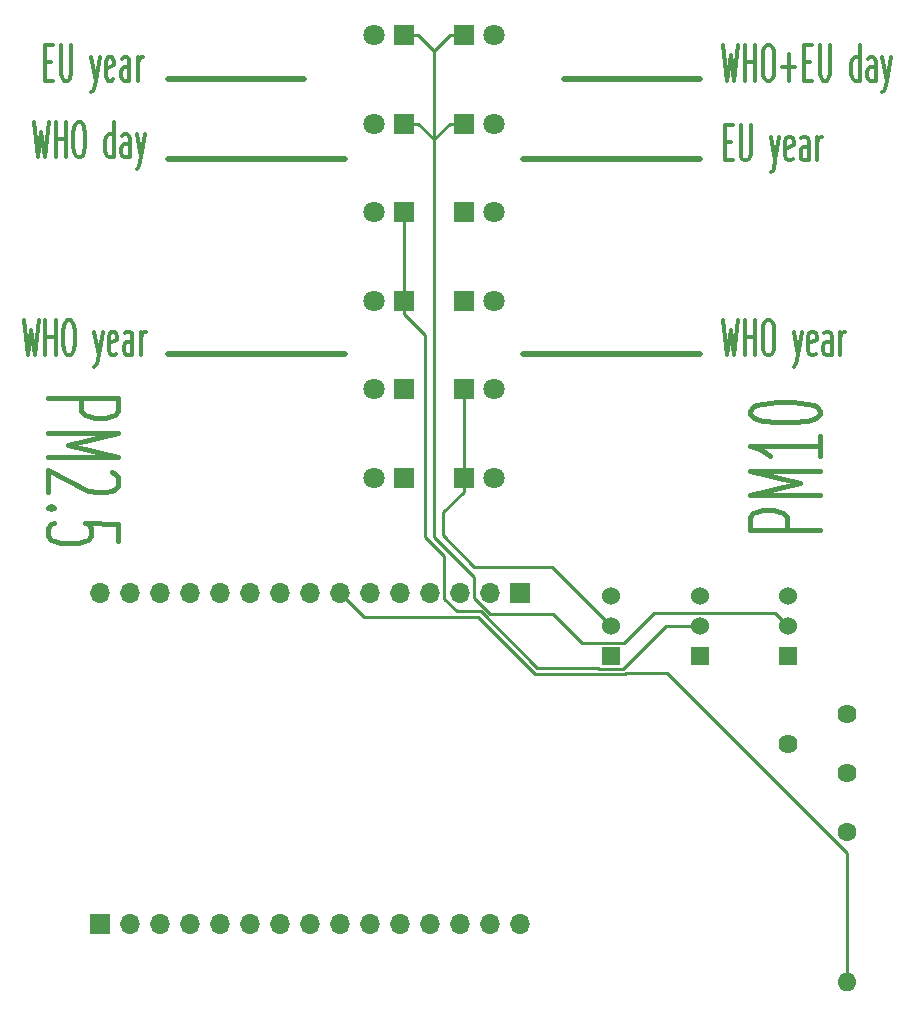
<source format=gbr>
G04 #@! TF.FileFunction,Copper,L1,Top,Signal*
%FSLAX46Y46*%
G04 Gerber Fmt 4.6, Leading zero omitted, Abs format (unit mm)*
G04 Created by KiCad (PCBNEW 4.0.6+dfsg1-1) date Mon May 21 22:22:56 2018*
%MOMM*%
%LPD*%
G01*
G04 APERTURE LIST*
%ADD10C,0.100000*%
%ADD11C,0.300000*%
%ADD12C,0.400000*%
%ADD13C,1.524000*%
%ADD14R,1.524000X1.524000*%
%ADD15C,1.600000*%
%ADD16O,1.600000X1.600000*%
%ADD17C,1.620000*%
%ADD18R,1.800000X1.800000*%
%ADD19C,1.800000*%
%ADD20R,1.700000X1.700000*%
%ADD21O,1.700000X1.700000*%
%ADD22C,0.500000*%
%ADD23C,0.250000*%
G04 APERTURE END LIST*
D10*
D11*
X54571429Y-62285714D02*
X55071429Y-62285714D01*
X55285715Y-63857143D02*
X54571429Y-63857143D01*
X54571429Y-60857143D01*
X55285715Y-60857143D01*
X55928572Y-60857143D02*
X55928572Y-63285714D01*
X56000000Y-63571429D01*
X56071429Y-63714286D01*
X56214286Y-63857143D01*
X56500000Y-63857143D01*
X56642858Y-63714286D01*
X56714286Y-63571429D01*
X56785715Y-63285714D01*
X56785715Y-60857143D01*
X58500001Y-61857143D02*
X58857144Y-63857143D01*
X59214286Y-61857143D02*
X58857144Y-63857143D01*
X58714286Y-64571429D01*
X58642858Y-64714286D01*
X58500001Y-64857143D01*
X60357143Y-63714286D02*
X60214286Y-63857143D01*
X59928572Y-63857143D01*
X59785715Y-63714286D01*
X59714286Y-63428571D01*
X59714286Y-62285714D01*
X59785715Y-62000000D01*
X59928572Y-61857143D01*
X60214286Y-61857143D01*
X60357143Y-62000000D01*
X60428572Y-62285714D01*
X60428572Y-62571429D01*
X59714286Y-62857143D01*
X61714286Y-63857143D02*
X61714286Y-62285714D01*
X61642857Y-62000000D01*
X61500000Y-61857143D01*
X61214286Y-61857143D01*
X61071429Y-62000000D01*
X61714286Y-63714286D02*
X61571429Y-63857143D01*
X61214286Y-63857143D01*
X61071429Y-63714286D01*
X61000000Y-63428571D01*
X61000000Y-63142857D01*
X61071429Y-62857143D01*
X61214286Y-62714286D01*
X61571429Y-62714286D01*
X61714286Y-62571429D01*
X62428572Y-63857143D02*
X62428572Y-61857143D01*
X62428572Y-62428571D02*
X62500000Y-62142857D01*
X62571429Y-62000000D01*
X62714286Y-61857143D01*
X62857143Y-61857143D01*
X53607142Y-67357143D02*
X53964285Y-70357143D01*
X54249999Y-68214286D01*
X54535713Y-70357143D01*
X54892856Y-67357143D01*
X55464285Y-70357143D02*
X55464285Y-67357143D01*
X55464285Y-68785714D02*
X56321428Y-68785714D01*
X56321428Y-70357143D02*
X56321428Y-67357143D01*
X57321428Y-67357143D02*
X57607142Y-67357143D01*
X57750000Y-67500000D01*
X57892857Y-67785714D01*
X57964285Y-68357143D01*
X57964285Y-69357143D01*
X57892857Y-69928571D01*
X57750000Y-70214286D01*
X57607142Y-70357143D01*
X57321428Y-70357143D01*
X57178571Y-70214286D01*
X57035714Y-69928571D01*
X56964285Y-69357143D01*
X56964285Y-68357143D01*
X57035714Y-67785714D01*
X57178571Y-67500000D01*
X57321428Y-67357143D01*
X60392857Y-70357143D02*
X60392857Y-67357143D01*
X60392857Y-70214286D02*
X60250000Y-70357143D01*
X59964286Y-70357143D01*
X59821428Y-70214286D01*
X59750000Y-70071429D01*
X59678571Y-69785714D01*
X59678571Y-68928571D01*
X59750000Y-68642857D01*
X59821428Y-68500000D01*
X59964286Y-68357143D01*
X60250000Y-68357143D01*
X60392857Y-68500000D01*
X61750000Y-70357143D02*
X61750000Y-68785714D01*
X61678571Y-68500000D01*
X61535714Y-68357143D01*
X61250000Y-68357143D01*
X61107143Y-68500000D01*
X61750000Y-70214286D02*
X61607143Y-70357143D01*
X61250000Y-70357143D01*
X61107143Y-70214286D01*
X61035714Y-69928571D01*
X61035714Y-69642857D01*
X61107143Y-69357143D01*
X61250000Y-69214286D01*
X61607143Y-69214286D01*
X61750000Y-69071429D01*
X62321429Y-68357143D02*
X62678572Y-70357143D01*
X63035714Y-68357143D02*
X62678572Y-70357143D01*
X62535714Y-71071429D01*
X62464286Y-71214286D01*
X62321429Y-71357143D01*
X52750000Y-84107143D02*
X53107143Y-87107143D01*
X53392857Y-84964286D01*
X53678571Y-87107143D01*
X54035714Y-84107143D01*
X54607143Y-87107143D02*
X54607143Y-84107143D01*
X54607143Y-85535714D02*
X55464286Y-85535714D01*
X55464286Y-87107143D02*
X55464286Y-84107143D01*
X56464286Y-84107143D02*
X56750000Y-84107143D01*
X56892858Y-84250000D01*
X57035715Y-84535714D01*
X57107143Y-85107143D01*
X57107143Y-86107143D01*
X57035715Y-86678571D01*
X56892858Y-86964286D01*
X56750000Y-87107143D01*
X56464286Y-87107143D01*
X56321429Y-86964286D01*
X56178572Y-86678571D01*
X56107143Y-86107143D01*
X56107143Y-85107143D01*
X56178572Y-84535714D01*
X56321429Y-84250000D01*
X56464286Y-84107143D01*
X58750001Y-85107143D02*
X59107144Y-87107143D01*
X59464286Y-85107143D02*
X59107144Y-87107143D01*
X58964286Y-87821429D01*
X58892858Y-87964286D01*
X58750001Y-88107143D01*
X60607143Y-86964286D02*
X60464286Y-87107143D01*
X60178572Y-87107143D01*
X60035715Y-86964286D01*
X59964286Y-86678571D01*
X59964286Y-85535714D01*
X60035715Y-85250000D01*
X60178572Y-85107143D01*
X60464286Y-85107143D01*
X60607143Y-85250000D01*
X60678572Y-85535714D01*
X60678572Y-85821429D01*
X59964286Y-86107143D01*
X61964286Y-87107143D02*
X61964286Y-85535714D01*
X61892857Y-85250000D01*
X61750000Y-85107143D01*
X61464286Y-85107143D01*
X61321429Y-85250000D01*
X61964286Y-86964286D02*
X61821429Y-87107143D01*
X61464286Y-87107143D01*
X61321429Y-86964286D01*
X61250000Y-86678571D01*
X61250000Y-86392857D01*
X61321429Y-86107143D01*
X61464286Y-85964286D01*
X61821429Y-85964286D01*
X61964286Y-85821429D01*
X62678572Y-87107143D02*
X62678572Y-85107143D01*
X62678572Y-85678571D02*
X62750000Y-85392857D01*
X62821429Y-85250000D01*
X62964286Y-85107143D01*
X63107143Y-85107143D01*
X111964286Y-60857143D02*
X112321429Y-63857143D01*
X112607143Y-61714286D01*
X112892857Y-63857143D01*
X113250000Y-60857143D01*
X113821429Y-63857143D02*
X113821429Y-60857143D01*
X113821429Y-62285714D02*
X114678572Y-62285714D01*
X114678572Y-63857143D02*
X114678572Y-60857143D01*
X115678572Y-60857143D02*
X115964286Y-60857143D01*
X116107144Y-61000000D01*
X116250001Y-61285714D01*
X116321429Y-61857143D01*
X116321429Y-62857143D01*
X116250001Y-63428571D01*
X116107144Y-63714286D01*
X115964286Y-63857143D01*
X115678572Y-63857143D01*
X115535715Y-63714286D01*
X115392858Y-63428571D01*
X115321429Y-62857143D01*
X115321429Y-61857143D01*
X115392858Y-61285714D01*
X115535715Y-61000000D01*
X115678572Y-60857143D01*
X116964287Y-62714286D02*
X118107144Y-62714286D01*
X117535715Y-63857143D02*
X117535715Y-61571429D01*
X118821430Y-62285714D02*
X119321430Y-62285714D01*
X119535716Y-63857143D02*
X118821430Y-63857143D01*
X118821430Y-60857143D01*
X119535716Y-60857143D01*
X120178573Y-60857143D02*
X120178573Y-63285714D01*
X120250001Y-63571429D01*
X120321430Y-63714286D01*
X120464287Y-63857143D01*
X120750001Y-63857143D01*
X120892859Y-63714286D01*
X120964287Y-63571429D01*
X121035716Y-63285714D01*
X121035716Y-60857143D01*
X123535716Y-63857143D02*
X123535716Y-60857143D01*
X123535716Y-63714286D02*
X123392859Y-63857143D01*
X123107145Y-63857143D01*
X122964287Y-63714286D01*
X122892859Y-63571429D01*
X122821430Y-63285714D01*
X122821430Y-62428571D01*
X122892859Y-62142857D01*
X122964287Y-62000000D01*
X123107145Y-61857143D01*
X123392859Y-61857143D01*
X123535716Y-62000000D01*
X124892859Y-63857143D02*
X124892859Y-62285714D01*
X124821430Y-62000000D01*
X124678573Y-61857143D01*
X124392859Y-61857143D01*
X124250002Y-62000000D01*
X124892859Y-63714286D02*
X124750002Y-63857143D01*
X124392859Y-63857143D01*
X124250002Y-63714286D01*
X124178573Y-63428571D01*
X124178573Y-63142857D01*
X124250002Y-62857143D01*
X124392859Y-62714286D01*
X124750002Y-62714286D01*
X124892859Y-62571429D01*
X125464288Y-61857143D02*
X125821431Y-63857143D01*
X126178573Y-61857143D02*
X125821431Y-63857143D01*
X125678573Y-64571429D01*
X125607145Y-64714286D01*
X125464288Y-64857143D01*
X112107143Y-69035714D02*
X112607143Y-69035714D01*
X112821429Y-70607143D02*
X112107143Y-70607143D01*
X112107143Y-67607143D01*
X112821429Y-67607143D01*
X113464286Y-67607143D02*
X113464286Y-70035714D01*
X113535714Y-70321429D01*
X113607143Y-70464286D01*
X113750000Y-70607143D01*
X114035714Y-70607143D01*
X114178572Y-70464286D01*
X114250000Y-70321429D01*
X114321429Y-70035714D01*
X114321429Y-67607143D01*
X116035715Y-68607143D02*
X116392858Y-70607143D01*
X116750000Y-68607143D02*
X116392858Y-70607143D01*
X116250000Y-71321429D01*
X116178572Y-71464286D01*
X116035715Y-71607143D01*
X117892857Y-70464286D02*
X117750000Y-70607143D01*
X117464286Y-70607143D01*
X117321429Y-70464286D01*
X117250000Y-70178571D01*
X117250000Y-69035714D01*
X117321429Y-68750000D01*
X117464286Y-68607143D01*
X117750000Y-68607143D01*
X117892857Y-68750000D01*
X117964286Y-69035714D01*
X117964286Y-69321429D01*
X117250000Y-69607143D01*
X119250000Y-70607143D02*
X119250000Y-69035714D01*
X119178571Y-68750000D01*
X119035714Y-68607143D01*
X118750000Y-68607143D01*
X118607143Y-68750000D01*
X119250000Y-70464286D02*
X119107143Y-70607143D01*
X118750000Y-70607143D01*
X118607143Y-70464286D01*
X118535714Y-70178571D01*
X118535714Y-69892857D01*
X118607143Y-69607143D01*
X118750000Y-69464286D01*
X119107143Y-69464286D01*
X119250000Y-69321429D01*
X119964286Y-70607143D02*
X119964286Y-68607143D01*
X119964286Y-69178571D02*
X120035714Y-68892857D01*
X120107143Y-68750000D01*
X120250000Y-68607143D01*
X120392857Y-68607143D01*
X111964286Y-84107143D02*
X112321429Y-87107143D01*
X112607143Y-84964286D01*
X112892857Y-87107143D01*
X113250000Y-84107143D01*
X113821429Y-87107143D02*
X113821429Y-84107143D01*
X113821429Y-85535714D02*
X114678572Y-85535714D01*
X114678572Y-87107143D02*
X114678572Y-84107143D01*
X115678572Y-84107143D02*
X115964286Y-84107143D01*
X116107144Y-84250000D01*
X116250001Y-84535714D01*
X116321429Y-85107143D01*
X116321429Y-86107143D01*
X116250001Y-86678571D01*
X116107144Y-86964286D01*
X115964286Y-87107143D01*
X115678572Y-87107143D01*
X115535715Y-86964286D01*
X115392858Y-86678571D01*
X115321429Y-86107143D01*
X115321429Y-85107143D01*
X115392858Y-84535714D01*
X115535715Y-84250000D01*
X115678572Y-84107143D01*
X117964287Y-85107143D02*
X118321430Y-87107143D01*
X118678572Y-85107143D02*
X118321430Y-87107143D01*
X118178572Y-87821429D01*
X118107144Y-87964286D01*
X117964287Y-88107143D01*
X119821429Y-86964286D02*
X119678572Y-87107143D01*
X119392858Y-87107143D01*
X119250001Y-86964286D01*
X119178572Y-86678571D01*
X119178572Y-85535714D01*
X119250001Y-85250000D01*
X119392858Y-85107143D01*
X119678572Y-85107143D01*
X119821429Y-85250000D01*
X119892858Y-85535714D01*
X119892858Y-85821429D01*
X119178572Y-86107143D01*
X121178572Y-87107143D02*
X121178572Y-85535714D01*
X121107143Y-85250000D01*
X120964286Y-85107143D01*
X120678572Y-85107143D01*
X120535715Y-85250000D01*
X121178572Y-86964286D02*
X121035715Y-87107143D01*
X120678572Y-87107143D01*
X120535715Y-86964286D01*
X120464286Y-86678571D01*
X120464286Y-86392857D01*
X120535715Y-86107143D01*
X120678572Y-85964286D01*
X121035715Y-85964286D01*
X121178572Y-85821429D01*
X121892858Y-87107143D02*
X121892858Y-85107143D01*
X121892858Y-85678571D02*
X121964286Y-85392857D01*
X122035715Y-85250000D01*
X122178572Y-85107143D01*
X122321429Y-85107143D01*
D12*
X120214286Y-101928571D02*
X114214286Y-101928571D01*
X114214286Y-100785714D01*
X114500000Y-100500000D01*
X114785714Y-100357143D01*
X115357143Y-100214286D01*
X116214286Y-100214286D01*
X116785714Y-100357143D01*
X117071429Y-100500000D01*
X117357143Y-100785714D01*
X117357143Y-101928571D01*
X120214286Y-98928571D02*
X114214286Y-98928571D01*
X118500000Y-97928571D01*
X114214286Y-96928571D01*
X120214286Y-96928571D01*
X120214286Y-93928572D02*
X120214286Y-95642857D01*
X120214286Y-94785715D02*
X114214286Y-94785715D01*
X115071429Y-95071429D01*
X115642857Y-95357143D01*
X115928571Y-95642857D01*
X114214286Y-92071429D02*
X114214286Y-91785714D01*
X114500000Y-91500000D01*
X114785714Y-91357143D01*
X115357143Y-91214286D01*
X116500000Y-91071429D01*
X117928571Y-91071429D01*
X119071429Y-91214286D01*
X119642857Y-91357143D01*
X119928571Y-91500000D01*
X120214286Y-91785714D01*
X120214286Y-92071429D01*
X119928571Y-92357143D01*
X119642857Y-92500000D01*
X119071429Y-92642857D01*
X117928571Y-92785714D01*
X116500000Y-92785714D01*
X115357143Y-92642857D01*
X114785714Y-92500000D01*
X114500000Y-92357143D01*
X114214286Y-92071429D01*
X54785714Y-90714286D02*
X60785714Y-90714286D01*
X60785714Y-91857143D01*
X60500000Y-92142857D01*
X60214286Y-92285714D01*
X59642857Y-92428571D01*
X58785714Y-92428571D01*
X58214286Y-92285714D01*
X57928571Y-92142857D01*
X57642857Y-91857143D01*
X57642857Y-90714286D01*
X54785714Y-93714286D02*
X60785714Y-93714286D01*
X56500000Y-94714286D01*
X60785714Y-95714286D01*
X54785714Y-95714286D01*
X60214286Y-97000000D02*
X60500000Y-97142857D01*
X60785714Y-97428571D01*
X60785714Y-98142857D01*
X60500000Y-98428571D01*
X60214286Y-98571428D01*
X59642857Y-98714285D01*
X59071429Y-98714285D01*
X58214286Y-98571428D01*
X54785714Y-96857142D01*
X54785714Y-98714285D01*
X55357143Y-100000000D02*
X55071429Y-100142857D01*
X54785714Y-100000000D01*
X55071429Y-99857143D01*
X55357143Y-100000000D01*
X54785714Y-100000000D01*
X60785714Y-102857142D02*
X60785714Y-101428571D01*
X57928571Y-101285714D01*
X58214286Y-101428571D01*
X58500000Y-101714285D01*
X58500000Y-102428571D01*
X58214286Y-102714285D01*
X57928571Y-102857142D01*
X57357143Y-102999999D01*
X55928571Y-102999999D01*
X55357143Y-102857142D01*
X55071429Y-102714285D01*
X54785714Y-102428571D01*
X54785714Y-101714285D01*
X55071429Y-101428571D01*
X55357143Y-101285714D01*
D13*
X117500000Y-110000000D03*
X117500000Y-107460000D03*
D14*
X117500000Y-112540000D03*
D13*
X102500000Y-110000000D03*
X102500000Y-107460000D03*
D14*
X102500000Y-112540000D03*
D13*
X110000000Y-110000000D03*
X110000000Y-107460000D03*
D14*
X110000000Y-112540000D03*
D15*
X122500000Y-127500000D03*
D16*
X122500000Y-140200000D03*
D17*
X122500000Y-122500000D03*
X117500000Y-120000000D03*
X122500000Y-117500000D03*
D18*
X85000000Y-97500000D03*
D19*
X82460000Y-97500000D03*
D18*
X85000000Y-90000000D03*
D19*
X82460000Y-90000000D03*
D18*
X85000000Y-82500000D03*
D19*
X82460000Y-82500000D03*
D18*
X85000000Y-75000000D03*
D19*
X82460000Y-75000000D03*
D18*
X85000000Y-67500000D03*
D19*
X82460000Y-67500000D03*
D18*
X85000000Y-60000000D03*
D19*
X82460000Y-60000000D03*
D18*
X90000000Y-97500000D03*
D19*
X92540000Y-97500000D03*
D18*
X90000000Y-90000000D03*
D19*
X92540000Y-90000000D03*
D18*
X90000000Y-82500000D03*
D19*
X92540000Y-82500000D03*
D18*
X90000000Y-75000000D03*
D19*
X92540000Y-75000000D03*
D18*
X90000000Y-67500000D03*
D19*
X92540000Y-67500000D03*
D18*
X90000000Y-60000000D03*
D19*
X92540000Y-60000000D03*
D20*
X94810000Y-107250000D03*
D21*
X92270000Y-107250000D03*
X89730000Y-107250000D03*
X87190000Y-107250000D03*
X84650000Y-107250000D03*
X82110000Y-107250000D03*
X79570000Y-107250000D03*
X77030000Y-107250000D03*
X74490000Y-107250000D03*
X71950000Y-107250000D03*
X69410000Y-107250000D03*
X66870000Y-107250000D03*
X64330000Y-107250000D03*
X61790000Y-107250000D03*
X59250000Y-107250000D03*
D20*
X59250000Y-135250000D03*
D21*
X61790000Y-135250000D03*
X64330000Y-135250000D03*
X66870000Y-135250000D03*
X69410000Y-135250000D03*
X71950000Y-135250000D03*
X74490000Y-135250000D03*
X77030000Y-135250000D03*
X79570000Y-135250000D03*
X82110000Y-135250000D03*
X84650000Y-135250000D03*
X87190000Y-135250000D03*
X89730000Y-135250000D03*
X92270000Y-135250000D03*
X94810000Y-135250000D03*
D22*
X76500000Y-63750000D02*
X65000000Y-63750000D01*
X110000000Y-63750000D02*
X98500000Y-63750000D01*
X95000000Y-70500000D02*
X110000000Y-70500000D01*
X65000000Y-70500000D02*
X80000000Y-70500000D01*
X65000000Y-87000000D02*
X80000000Y-87000000D01*
X95000000Y-87000000D02*
X110000000Y-87000000D01*
D23*
X90000000Y-98650000D02*
X90000000Y-97500000D01*
X88250000Y-100400000D02*
X90000000Y-98650000D01*
X88250000Y-102363590D02*
X88250000Y-100400000D01*
X90886410Y-105000000D02*
X88250000Y-102363590D01*
X102500000Y-110000000D02*
X97500000Y-105000000D01*
X97500000Y-105000000D02*
X90886410Y-105000000D01*
X90000000Y-90000000D02*
X90000000Y-91150000D01*
X90000000Y-91150000D02*
X90000000Y-97500000D01*
X108922370Y-110000000D02*
X110000000Y-110000000D01*
X91444576Y-108799989D02*
X96194575Y-113549989D01*
X107149002Y-110000000D02*
X108922370Y-110000000D01*
X103522001Y-113627001D02*
X107149002Y-110000000D01*
X101477999Y-113627001D02*
X103522001Y-113627001D01*
X88365001Y-107728591D02*
X89436399Y-108799989D01*
X89436399Y-108799989D02*
X91444576Y-108799989D01*
X86750000Y-85400000D02*
X86750000Y-102500000D01*
X88365001Y-104115001D02*
X88365001Y-107728591D01*
X86750000Y-102500000D02*
X88365001Y-104115001D01*
X85000000Y-83650000D02*
X86750000Y-85400000D01*
X96194575Y-113549989D02*
X101400987Y-113549989D01*
X85000000Y-82500000D02*
X85000000Y-83650000D01*
X101400987Y-113549989D02*
X101477999Y-113627001D01*
X85000000Y-75000000D02*
X85000000Y-76150000D01*
X85000000Y-76150000D02*
X85000000Y-82500000D01*
X87500000Y-68750000D02*
X87500000Y-102500000D01*
X103622999Y-111452999D02*
X106162999Y-108912999D01*
X87500000Y-102500000D02*
X90905001Y-105905001D01*
X90905001Y-105905001D02*
X90905001Y-107624003D01*
X97594002Y-109000000D02*
X100047001Y-111452999D01*
X116412999Y-108912999D02*
X117500000Y-110000000D01*
X90905001Y-107624003D02*
X92280998Y-109000000D01*
X92280998Y-109000000D02*
X97594002Y-109000000D01*
X100047001Y-111452999D02*
X103622999Y-111452999D01*
X106162999Y-108912999D02*
X116412999Y-108912999D01*
X90000000Y-60000000D02*
X88850000Y-60000000D01*
X88850000Y-60000000D02*
X87500000Y-61350000D01*
X90000000Y-67500000D02*
X88850000Y-67500000D01*
X88850000Y-67500000D02*
X87600000Y-68750000D01*
X87600000Y-68750000D02*
X87500000Y-68750000D01*
X87500000Y-61350000D02*
X87500000Y-68750000D01*
X87400000Y-68750000D02*
X87500000Y-68750000D01*
X85000000Y-67500000D02*
X86150000Y-67500000D01*
X86150000Y-67500000D02*
X87400000Y-68750000D01*
X85000000Y-60000000D02*
X86150000Y-60000000D01*
X86150000Y-60000000D02*
X87500000Y-61350000D01*
X107250000Y-114000000D02*
X122500000Y-129250000D01*
X122500000Y-129250000D02*
X122500000Y-140200000D01*
X103785413Y-114000000D02*
X107250000Y-114000000D01*
X91258176Y-109250000D02*
X96085187Y-114077012D01*
X103708401Y-114077012D02*
X103785413Y-114000000D01*
X81570000Y-109250000D02*
X91258176Y-109250000D01*
X96085187Y-114077012D02*
X103708401Y-114077012D01*
X79570000Y-107250000D02*
X81570000Y-109250000D01*
M02*

</source>
